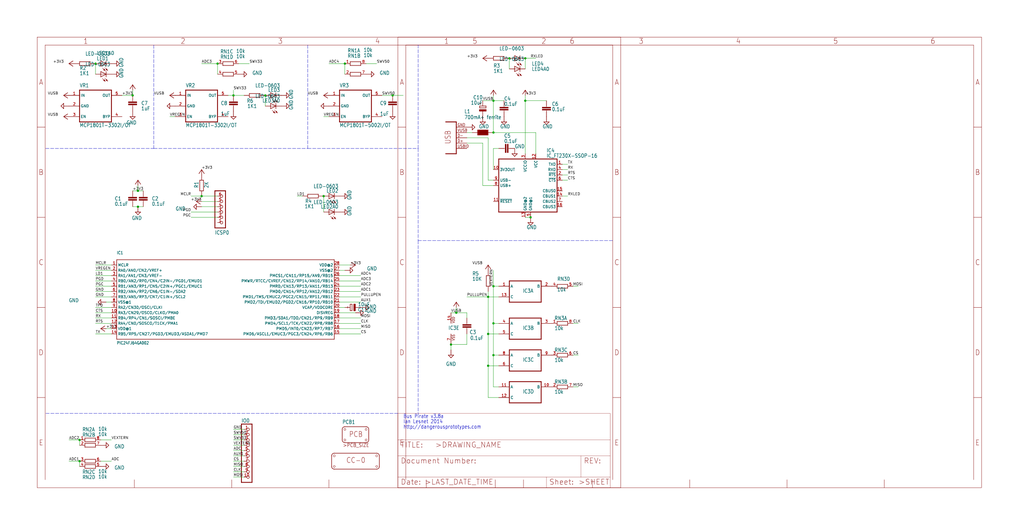
<source format=kicad_sch>
(kicad_sch (version 20211123) (generator eeschema)
  (paper "User" 490.22 254.406)
  (junction (at 63.5 45.72))
  (junction (at 187.96 45.72))
  (junction (at 236.22 48.26))
  (junction (at 104.14 30.48))
  (junction (at 38.1 210.82))
  (junction (at 233.68 142.24))
  (junction (at 243.84 27.94))
  (junction (at 127 45.72))
  (junction (at 236.22 154.94))
  (junction (at 233.68 160.02))
  (junction (at 251.46 48.26))
  (junction (at 38.1 220.98))
  (junction (at 236.22 63.5))
  (junction (at 218.44 149.86))
  (junction (at 66.04 99.06))
  (junction (at 165.1 30.48))
  (junction (at 111.76 45.72))
  (junction (at 254 104.14))
  (junction (at 215.9 165.1))
  (junction (at 236.22 137.16))
  (junction (at 154.94 93.98))
  (junction (at 233.68 175.26))
  (junction (at 236.22 170.18))
  (junction (at 66.04 91.44))
  (junction (at 45.72 30.48))
  (junction (at 251.46 27.94))
  (junction (at 96.52 93.98))
  (wire (pts (xy 66.04 91.44) (xy 68.58 91.44)))
  (wire (pts (xy 238.76 154.94) (xy 236.22 154.94)))
  (wire (pts (xy 269.24 78.74) (xy 271.78 78.74)))
  (wire (pts (xy 251.46 45.72) (xy 251.46 48.26)))
  (polyline (pts (xy 73.66 71.12) (xy 147.32 71.12)))
  (wire (pts (xy 233.68 86.36) (xy 233.68 66.04)))
  (wire (pts (xy 233.68 66.04) (xy 223.52 66.04)))
  (wire (pts (xy 165.1 30.48) (xy 157.48 30.48)))
  (wire (pts (xy 38.1 220.98) (xy 38.1 223.52)))
  (wire (pts (xy 236.22 45.72) (xy 236.22 48.26)))
  (wire (pts (xy 218.44 149.86) (xy 215.9 149.86)))
  (wire (pts (xy 274.32 154.94) (xy 276.86 154.94)))
  (wire (pts (xy 165.1 147.32) (xy 162.56 147.32)))
  (wire (pts (xy 274.32 137.16) (xy 276.86 137.16)))
  (polyline (pts (xy 200.152 71.12) (xy 200.152 115.316)))
  (wire (pts (xy 104.14 99.06) (xy 96.52 99.06)))
  (wire (pts (xy 269.24 83.82) (xy 271.78 83.82)))
  (wire (pts (xy 144.78 93.98) (xy 142.24 93.98)))
  (wire (pts (xy 53.34 139.7) (xy 45.72 139.7)))
  (wire (pts (xy 63.5 45.72) (xy 63.5 43.18)))
  (wire (pts (xy 53.34 154.94) (xy 45.72 154.94)))
  (wire (pts (xy 187.96 45.72) (xy 182.88 45.72)))
  (wire (pts (xy 114.3 30.48) (xy 119.38 30.48)))
  (wire (pts (xy 251.46 104.14) (xy 254 104.14)))
  (polyline (pts (xy 147.32 71.12) (xy 200.152 71.12)))
  (wire (pts (xy 233.68 139.7) (xy 233.68 142.24)))
  (polyline (pts (xy 73.66 21.59) (xy 73.66 71.12)))
  (wire (pts (xy 53.34 149.86) (xy 45.72 149.86)))
  (wire (pts (xy 116.84 218.44) (xy 111.76 218.44)))
  (wire (pts (xy 274.32 185.42) (xy 276.86 185.42)))
  (wire (pts (xy 116.84 215.9) (xy 111.76 215.9)))
  (wire (pts (xy 223.52 63.5) (xy 226.06 63.5)))
  (wire (pts (xy 223.52 165.1) (xy 223.52 160.02)))
  (wire (pts (xy 218.44 147.32) (xy 218.44 149.86)))
  (wire (pts (xy 48.26 210.82) (xy 53.34 210.82)))
  (wire (pts (xy 231.14 68.58) (xy 223.52 68.58)))
  (wire (pts (xy 53.34 134.62) (xy 45.72 134.62)))
  (wire (pts (xy 66.04 91.44) (xy 66.04 88.9)))
  (wire (pts (xy 165.1 30.48) (xy 165.1 35.56)))
  (wire (pts (xy 167.64 127) (xy 162.56 127)))
  (wire (pts (xy 116.84 213.36) (xy 111.76 213.36)))
  (wire (pts (xy 104.14 101.6) (xy 91.44 101.6)))
  (wire (pts (xy 251.46 27.94) (xy 251.46 33.02)))
  (wire (pts (xy 162.56 154.94) (xy 172.72 154.94)))
  (wire (pts (xy 251.46 48.26) (xy 251.46 73.66)))
  (wire (pts (xy 48.26 220.98) (xy 53.34 220.98)))
  (wire (pts (xy 162.56 134.62) (xy 172.72 134.62)))
  (wire (pts (xy 215.9 165.1) (xy 223.52 165.1)))
  (wire (pts (xy 238.76 185.42) (xy 236.22 185.42)))
  (wire (pts (xy 236.22 154.94) (xy 236.22 170.18)))
  (wire (pts (xy 233.68 160.02) (xy 233.68 175.26)))
  (wire (pts (xy 38.1 210.82) (xy 38.1 213.36)))
  (wire (pts (xy 175.26 30.48) (xy 180.34 30.48)))
  (wire (pts (xy 53.34 152.4) (xy 45.72 152.4)))
  (wire (pts (xy 238.76 71.12) (xy 236.22 71.12)))
  (wire (pts (xy 269.24 81.28) (xy 271.78 81.28)))
  (wire (pts (xy 233.68 175.26) (xy 238.76 175.26)))
  (wire (pts (xy 111.76 45.72) (xy 116.84 45.72)))
  (polyline (pts (xy 21.844 71.12) (xy 73.66 71.12)))
  (wire (pts (xy 116.84 226.06) (xy 111.76 226.06)))
  (wire (pts (xy 104.14 30.48) (xy 96.52 30.48)))
  (wire (pts (xy 116.84 205.74) (xy 111.76 205.74)))
  (wire (pts (xy 236.22 137.16) (xy 236.22 129.54)))
  (wire (pts (xy 236.22 185.42) (xy 236.22 170.18)))
  (wire (pts (xy 53.34 142.24) (xy 45.72 142.24)))
  (wire (pts (xy 233.68 190.5) (xy 233.68 175.26)))
  (wire (pts (xy 162.56 144.78) (xy 172.72 144.78)))
  (wire (pts (xy 157.48 55.88) (xy 154.94 55.88)))
  (wire (pts (xy 236.22 63.5) (xy 236.22 48.26)))
  (wire (pts (xy 116.84 220.98) (xy 111.76 220.98)))
  (wire (pts (xy 236.22 71.12) (xy 236.22 81.28)))
  (wire (pts (xy 53.34 147.32) (xy 45.72 147.32)))
  (wire (pts (xy 116.84 228.6) (xy 111.76 228.6)))
  (wire (pts (xy 231.14 88.9) (xy 231.14 68.58)))
  (wire (pts (xy 104.14 104.14) (xy 91.44 104.14)))
  (wire (pts (xy 83.82 55.88) (xy 81.28 55.88)))
  (wire (pts (xy 38.1 210.82) (xy 33.02 210.82)))
  (wire (pts (xy 162.56 152.4) (xy 172.72 152.4)))
  (polyline (pts (xy 147.32 21.59) (xy 147.32 71.12)))
  (wire (pts (xy 165.1 129.54) (xy 162.56 129.54)))
  (wire (pts (xy 233.68 142.24) (xy 233.68 160.02)))
  (wire (pts (xy 269.24 93.98) (xy 271.78 93.98)))
  (wire (pts (xy 116.84 210.82) (xy 111.76 210.82)))
  (wire (pts (xy 236.22 170.18) (xy 238.76 170.18)))
  (wire (pts (xy 109.22 45.72) (xy 111.76 45.72)))
  (wire (pts (xy 162.56 142.24) (xy 172.72 142.24)))
  (wire (pts (xy 38.1 220.98) (xy 33.02 220.98)))
  (wire (pts (xy 53.34 127) (xy 45.72 127)))
  (wire (pts (xy 269.24 86.36) (xy 271.78 86.36)))
  (wire (pts (xy 111.76 45.72) (xy 111.76 43.18)))
  (wire (pts (xy 58.42 45.72) (xy 63.5 45.72)))
  (wire (pts (xy 261.62 48.26) (xy 251.46 48.26)))
  (wire (pts (xy 236.22 86.36) (xy 233.68 86.36)))
  (wire (pts (xy 96.52 93.98) (xy 104.14 93.98)))
  (wire (pts (xy 170.18 149.86) (xy 162.56 149.86)))
  (wire (pts (xy 236.22 48.26) (xy 241.3 48.26)))
  (wire (pts (xy 238.76 137.16) (xy 236.22 137.16)))
  (wire (pts (xy 236.22 88.9) (xy 231.14 88.9)))
  (wire (pts (xy 238.76 190.5) (xy 233.68 190.5)))
  (wire (pts (xy 63.5 99.06) (xy 66.04 99.06)))
  (wire (pts (xy 53.34 144.78) (xy 50.8 144.78)))
  (wire (pts (xy 233.68 160.02) (xy 238.76 160.02)))
  (wire (pts (xy 236.22 137.16) (xy 236.22 154.94)))
  (wire (pts (xy 251.46 27.94) (xy 256.54 27.94)))
  (wire (pts (xy 162.56 157.48) (xy 172.72 157.48)))
  (wire (pts (xy 223.52 152.4) (xy 223.52 149.86)))
  (wire (pts (xy 223.52 149.86) (xy 218.44 149.86)))
  (wire (pts (xy 238.76 142.24) (xy 233.68 142.24)))
  (wire (pts (xy 45.72 30.48) (xy 45.72 35.56)))
  (polyline (pts (xy 200.152 115.316) (xy 293.37 115.316)))
  (wire (pts (xy 162.56 160.02) (xy 172.72 160.02)))
  (wire (pts (xy 223.52 142.24) (xy 233.68 142.24)))
  (wire (pts (xy 116.84 208.28) (xy 111.76 208.28)))
  (polyline (pts (xy 200.152 115.316) (xy 200.152 198.12)))
  (wire (pts (xy 66.04 99.06) (xy 68.58 99.06)))
  (wire (pts (xy 236.22 63.5) (xy 256.54 63.5)))
  (wire (pts (xy 193.04 45.72) (xy 187.96 45.72)))
  (wire (pts (xy 162.56 139.7) (xy 172.72 139.7)))
  (wire (pts (xy 162.56 137.16) (xy 172.72 137.16)))
  (wire (pts (xy 104.14 96.52) (xy 96.52 96.52)))
  (wire (pts (xy 53.34 132.08) (xy 45.72 132.08)))
  (wire (pts (xy 104.14 30.48) (xy 104.14 35.56)))
  (wire (pts (xy 53.34 129.54) (xy 45.72 129.54)))
  (wire (pts (xy 231.14 48.26) (xy 236.22 48.26)))
  (polyline (pts (xy 200.152 71.12) (xy 200.152 21.59)))
  (wire (pts (xy 243.84 27.94) (xy 243.84 33.02)))
  (wire (pts (xy 53.34 157.48) (xy 50.8 157.48)))
  (wire (pts (xy 63.5 91.44) (xy 66.04 91.44)))
  (wire (pts (xy 116.84 223.52) (xy 111.76 223.52)))
  (wire (pts (xy 96.52 93.98) (xy 91.44 93.98)))
  (wire (pts (xy 256.54 73.66) (xy 256.54 63.5)))
  (wire (pts (xy 162.56 132.08) (xy 172.72 132.08)))
  (polyline (pts (xy 190.5 198.12) (xy 21.59 198.12)))
  (wire (pts (xy 127 45.72) (xy 127 50.8)))
  (wire (pts (xy 154.94 93.98) (xy 154.94 101.6)))
  (wire (pts (xy 215.9 167.64) (xy 215.9 165.1)))
  (wire (pts (xy 53.34 160.02) (xy 45.72 160.02)))
  (wire (pts (xy 53.34 137.16) (xy 45.72 137.16)))
  (wire (pts (xy 274.32 170.18) (xy 276.86 170.18)))
  (text "Ian Lesnet 2014" (at 193.04 203.2 180) (effects (font (size 1.778 1.5113)) (justify left bottom)))
  (text "http://dangerousprototypes.com" (at 193.04 205.74 180) (effects (font (size 1.778 1.5113)) (justify left bottom)))
  (text "Bus Pirate v3.8a" (at 193.04 200.66 180) (effects (font (size 1.778 1.5113)) (justify left bottom)))
  (label "TX" (at 45.72 160.02 0) (effects (font (size 1.2446 1.2446))))
  (label "+3V3" (at 223.52 27.94 0) (effects (font (size 1.2446 1.2446))))
  (label "+3V3" (at 63.5 91.44 0) (effects (font (size 1.2446 1.2446))))
  (label "MISO" (at 111.76 223.52 0) (effects (font (size 1.2446 1.2446))))
  (label "TP0" (at 45.72 147.32 0) (effects (font (size 1.2446 1.2446))))
  (label "SWV50" (at 180.34 30.48 0) (effects (font (size 1.2446 1.2446))))
  (label "RTS" (at 45.72 154.94 0) (effects (font (size 1.2446 1.2446))))
  (label "VUSB" (at 231.14 48.26 0) (effects (font (size 1.2446 1.2446))))
  (label "MOSI" (at 172.72 152.4 0) (effects (font (size 1.2446 1.2446))))
  (label "TX" (at 271.78 78.74 0) (effects (font (size 1.2446 1.2446))))
  (label "MOSI" (at 111.76 228.6 0) (effects (font (size 1.2446 1.2446))))
  (label "VREGEN" (at 154.94 55.88 0) (effects (font (size 1.2446 1.2446))))
  (label "GND" (at 45.72 142.24 0) (effects (font (size 1.2446 1.2446))))
  (label "CLK" (at 111.76 226.06 0) (effects (font (size 1.2446 1.2446))))
  (label "RXLED" (at 271.78 93.98 0) (effects (font (size 1.2446 1.2446))))
  (label "VEXTERN" (at 53.34 210.82 0) (effects (font (size 1.2446 1.2446))))
  (label "SWV50" (at 182.88 45.72 0) (effects (font (size 1.2446 1.2446))))
  (label "VUSB" (at 147.32 45.72 0) (effects (font (size 1.2446 1.2446))))
  (label "VREGEN" (at 45.72 129.54 0) (effects (font (size 1.2446 1.2446))))
  (label "PGD" (at 91.44 101.6 180) (effects (font (size 1.2446 1.2446))))
  (label "ADC1" (at 172.72 139.7 0) (effects (font (size 1.2446 1.2446))))
  (label "PGC" (at 91.44 104.14 180) (effects (font (size 1.2446 1.2446))))
  (label "PGD" (at 45.72 134.62 0) (effects (font (size 1.2446 1.2446))))
  (label "ADC1" (at 33.02 220.98 0) (effects (font (size 1.2446 1.2446))))
  (label "PGC" (at 45.72 137.16 0) (effects (font (size 1.2446 1.2446))))
  (label "CLK" (at 274.32 154.94 0) (effects (font (size 1.2446 1.2446))))
  (label "VUSB" (at 73.66 45.72 0) (effects (font (size 1.2446 1.2446))))
  (label "+3V3" (at 96.52 81.28 0) (effects (font (size 1.2446 1.2446))))
  (label "+3V3" (at 167.64 127 0) (effects (font (size 1.2446 1.2446))))
  (label "MISO" (at 172.72 157.48 0) (effects (font (size 1.2446 1.2446))))
  (label "VUSB" (at 226.06 127 0) (effects (font (size 1.2446 1.2446))))
  (label "CS" (at 111.76 220.98 0) (effects (font (size 1.2446 1.2446))))
  (label "PULLUPEN" (at 172.72 142.24 0) (effects (font (size 1.2446 1.2446))))
  (label "+3V3" (at 50.8 157.48 0) (effects (font (size 1.2446 1.2446))))
  (label "CTS" (at 45.72 149.86 0) (effects (font (size 1.2446 1.2446))))
  (label "LD1" (at 142.24 93.98 0) (effects (font (size 1.2446 1.2446))))
  (label "VREGEN" (at 81.28 55.88 0) (effects (font (size 1.2446 1.2446))))
  (label "RX" (at 45.72 152.4 0) (effects (font (size 1.2446 1.2446))))
  (label "AUX1" (at 111.76 218.44 0) (effects (font (size 1.2446 1.2446))))
  (label "RXLED" (at 254 27.94 0) (effects (font (size 1.2446 1.2446))))
  (label "SWV50" (at 111.76 208.28 0) (effects (font (size 1.2446 1.2446))))
  (label "CLK" (at 172.72 154.94 0) (effects (font (size 1.2446 1.2446))))
  (label "MCLR" (at 91.44 93.98 180) (effects (font (size 1.2446 1.2446))))
  (label "ADC" (at 53.34 220.98 0) (effects (font (size 1.2446 1.2446))))
  (label "GND" (at 111.76 205.74 0) (effects (font (size 1.2446 1.2446))))
  (label "ADC3" (at 96.52 30.48 0) (effects (font (size 1.2446 1.2446))))
  (label "ADC2" (at 172.72 137.16 0) (effects (font (size 1.2446 1.2446))))
  (label "ADC4" (at 172.72 132.08 0) (effects (font (size 1.2446 1.2446))))
  (label "AUX1" (at 172.72 144.78 0) (effects (font (size 1.2446 1.2446))))
  (label "LD1" (at 45.72 132.08 0) (effects (font (size 1.2446 1.2446))))
  (label "VUSB" (at 215.9 149.86 0) (effects (font (size 1.2446 1.2446))))
  (label "ADC2" (at 33.02 210.82 0) (effects (font (size 1.2446 1.2446))))
  (label "+3V3" (at 96.52 96.52 180) (effects (font (size 1.2446 1.2446))))
  (label "ADC4" (at 157.48 30.48 0) (effects (font (size 1.2446 1.2446))))
  (label "GND" (at 45.72 139.7 0) (effects (font (size 1.2446 1.2446))))
  (label "ADC" (at 111.76 215.9 0) (effects (font (size 1.2446 1.2446))))
  (label "SWV33" (at 111.76 43.18 0) (effects (font (size 1.2446 1.2446))))
  (label "PULLUPEN" (at 223.52 142.24 0) (effects (font (size 1.2446 1.2446))))
  (label "CS" (at 172.72 160.02 0) (effects (font (size 1.2446 1.2446))))
  (label "+3V3" (at 25.4 30.48 0) (effects (font (size 1.2446 1.2446))))
  (label "CTS" (at 271.78 86.36 0) (effects (font (size 1.2446 1.2446))))
  (label "+3V3" (at 251.46 45.72 0) (effects (font (size 1.2446 1.2446))))
  (label "MOSI" (at 274.32 137.16 0) (effects (font (size 1.2446 1.2446))))
  (label "+3V3" (at 58.42 45.72 0) (effects (font (size 1.2446 1.2446))))
  (label "VEXTERN" (at 111.76 213.36 0) (effects (font (size 1.2446 1.2446))))
  (label "CS" (at 274.32 170.18 0) (effects (font (size 1.2446 1.2446))))
  (label "MCLR" (at 45.72 127 0) (effects (font (size 1.2446 1.2446))))
  (label "SWV33" (at 111.76 210.82 0) (effects (font (size 1.2446 1.2446))))
  (label "RTS" (at 271.78 83.82 0) (effects (font (size 1.2446 1.2446))))
  (label "VEXTERN" (at 236.22 137.16 90) (effects (font (size 1.2446 1.2446))))
  (label "VUSB" (at 22.86 45.72 0) (effects (font (size 1.2446 1.2446))))
  (label "MISO" (at 274.32 185.42 0) (effects (font (size 1.2446 1.2446))))
  (label "VUSB" (at 22.86 55.88 0) (effects (font (size 1.2446 1.2446))))
  (label "RX" (at 271.78 81.28 0) (effects (font (size 1.2446 1.2446))))
  (label "SWV33" (at 119.38 30.48 0) (effects (font (size 1.2446 1.2446))))
  (label "ADC3" (at 172.72 134.62 0) (effects (font (size 1.2446 1.2446))))
  (symbol (lib_id "schematicEagle-eagle-import:LED-0603") (at 246.38 33.02 90) (unit 1)
    (property "Reference" "LED4A0" (at 254.508 34.036 90) (effects (font (size 1.778 1.5113)) (justify right top)))
    (property "Value" "LED-0603" (at 250.952 27.305 90) (effects (font (size 1.778 1.5113)) (justify left bottom)))
    (property "Footprint" "schematicEagle:LED-603" (effects hide))
  )
  (symbol (lib_id "schematicEagle-eagle-import:WE-KIL_0805") (at 231.14 63.5 0) (unit 1)
    (property "Reference" "L1" (at 222.25 54.356 0) (effects (font (size 1.778 1.5113)) (justify left bottom)))
    (property "Value" "700mA+ ferrite" (at 222.25 57.15 0) (effects (font (size 1.778 1.5113)) (justify left bottom)))
    (property "Footprint" "schematicEagle:WE-KI_0805_B" (effects hide))
  )
  (symbol (lib_id "schematicEagle-eagle-import:GND") (at 116.84 35.56 90) (mirror x) (unit 1)
    (property "Reference" "#V31" (effects hide))
    (property "Value" "GND" (at 125.603 35.941 90) (effects (font (size 1.778 1.5113)) (justify left bottom)))
    (property "Footprint" "schematicEagle:" (effects hide))
  )
  (symbol (lib_id "schematicEagle-eagle-import:RNETWORK") (at 43.18 210.82 0) (unit 1)
    (property "Reference" "RN2" (at 39.37 206.7814 0) (effects (font (size 1.778 1.5113)) (justify left bottom)))
    (property "Value" "10k" (at 46.99 206.502 0) (effects (font (size 1.778 1.5113)) (justify left bottom)))
    (property "Footprint" "schematicEagle:RN8P-4R-CRA06S" (effects hide))
  )
  (symbol (lib_id "schematicEagle-eagle-import:CAPC603") (at 111.76 50.8 0) (unit 1)
    (property "Reference" "C8" (at 105.664 50.419 0) (effects (font (size 1.778 1.5113)) (justify left bottom)))
    (property "Value" "1uF" (at 105.664 55.499 0) (effects (font (size 1.778 1.5113)) (justify left bottom)))
    (property "Footprint" "schematicEagle:C603" (effects hide))
  )
  (symbol (lib_id "schematicEagle-eagle-import:RNETWORK") (at 170.18 30.48 0) (unit 1)
    (property "Reference" "RN1" (at 166.37 25.1714 0) (effects (font (size 1.778 1.5113)) (justify left bottom)))
    (property "Value" "10k" (at 173.99 24.892 0) (effects (font (size 1.778 1.5113)) (justify left bottom)))
    (property "Footprint" "schematicEagle:RN8P-4R-CRA06S" (effects hide))
  )
  (symbol (lib_id "schematicEagle-eagle-import:RNETWORK") (at 269.24 170.18 0) (unit 3)
    (property "Reference" "RN3" (at 265.43 168.6814 0) (effects (font (size 1.778 1.5113)) (justify left bottom)))
    (property "Value" "10k" (at 265.43 173.482 0) (effects (font (size 1.778 1.5113)) (justify left bottom)))
    (property "Footprint" "schematicEagle:RN8P-4R-CRA06S" (effects hide))
  )
  (symbol (lib_id "schematicEagle-eagle-import:GND") (at 165.1 93.98 90) (unit 1)
    (property "Reference" "#V27" (effects hide))
    (property "Value" "GND" (at 168.275 95.885 0) (effects (font (size 1.778 1.5113)) (justify left bottom)))
    (property "Footprint" "schematicEagle:" (effects hide))
  )
  (symbol (lib_id "schematicEagle-eagle-import:RNETWORK") (at 269.24 137.16 0) (unit 4)
    (property "Reference" "RN3" (at 266.7 134.62 0) (effects (font (size 1.778 1.5113)) (justify left bottom)))
    (property "Value" "10k" (at 266.7 139.7 0) (effects (font (size 1.778 1.5113)) (justify left bottom)))
    (property "Footprint" "schematicEagle:RN8P-4R-CRA06S" (effects hide))
  )
  (symbol (lib_id "schematicEagle-eagle-import:CPOL-EUSMCA") (at 231.14 50.8 0) (unit 1)
    (property "Reference" "C10" (at 231.14 45.72 0) (effects (font (size 1.778 1.5113)) (justify right top)))
    (property "Value" "10uF" (at 231.14 48.26 0) (effects (font (size 1.778 1.5113)) (justify right top)))
    (property "Footprint" "schematicEagle:SMC_A" (effects hide))
  )
  (symbol (lib_id "schematicEagle-eagle-import:CON_HEADER_1X10-_RIGHTANGLED_SMD") (at 116.84 218.44 0) (unit 1)
    (property "Reference" "IO0" (at 115.57 202.565 0) (effects (font (size 1.778 1.5113)) (justify left bottom)))
    (property "Value" "CON_HEADER_1X10-_RIGHTANGLED_SMD" (effects hide))
    (property "Footprint" "schematicEagle:M1X10_MALE_RIGHT_ANGLED_SMD" (effects hide))
  )
  (symbol (lib_id "schematicEagle-eagle-import:SUPPLY_VUSB") (at 236.22 45.72 0) (unit 1)
    (property "Reference" "#VUSB1" (effects hide))
    (property "Value" "SUPPLY_VUSB" (effects hide))
    (property "Footprint" "schematicEagle:" (effects hide))
  )
  (symbol (lib_id "schematicEagle-eagle-import:RESISTORR603") (at 238.76 27.94 0) (mirror y) (unit 1)
    (property "Reference" "R3" (at 236.22 30.48 0) (effects (font (size 1.778 1.5113)) (justify right top)))
    (property "Value" "1K1" (at 236.22 33.02 0) (effects (font (size 1.778 1.5113)) (justify right top)))
    (property "Footprint" "schematicEagle:R603" (effects hide))
  )
  (symbol (lib_id "schematicEagle-eagle-import:GND") (at 254 106.68 0) (unit 1)
    (property "Reference" "#V20" (effects hide))
    (property "Value" "GND" (at 252.095 109.855 0) (effects (font (size 1.778 1.5113)) (justify left bottom)))
    (property "Footprint" "schematicEagle:" (effects hide))
  )
  (symbol (lib_id "schematicEagle-eagle-import:GND") (at 165.1 101.6 90) (unit 1)
    (property "Reference" "#V36" (effects hide))
    (property "Value" "GND" (at 168.275 103.505 0) (effects (font (size 1.778 1.5113)) (justify left bottom)))
    (property "Footprint" "schematicEagle:" (effects hide))
  )
  (symbol (lib_id "schematicEagle-eagle-import:PCB_DP_SQUARE-5X5") (at 170.18 208.28 0) (unit 1)
    (property "Reference" "PCB1" (at 163.83 203.2 0) (effects (font (size 1.778 1.5113)) (justify left bottom)))
    (property "Value" "PCB_DP_SQUARE-5X5" (effects hide))
    (property "Footprint" "schematicEagle:DP5050_V1" (effects hide))
  )
  (symbol (lib_id "schematicEagle-eagle-import:GND") (at 55.88 35.56 90) (unit 1)
    (property "Reference" "#V2" (effects hide))
    (property "Value" "GND" (at 59.055 37.465 0) (effects (font (size 1.778 1.5113)) (justify left bottom)))
    (property "Footprint" "schematicEagle:" (effects hide))
  )
  (symbol (lib_id "schematicEagle-eagle-import:RESISTORR603") (at 149.86 93.98 180) (unit 1)
    (property "Reference" "R4" (at 146.05 97.282 0) (effects (font (size 1.778 1.5113)) (justify right top)))
    (property "Value" "1K1" (at 145.796 99.822 0) (effects (font (size 1.778 1.5113)) (justify right top)))
    (property "Footprint" "schematicEagle:R603" (effects hide))
  )
  (symbol (lib_id "schematicEagle-eagle-import:CAPC603") (at 63.5 96.52 0) (unit 1)
    (property "Reference" "C1" (at 54.864 96.139 0) (effects (font (size 1.778 1.5113)) (justify left bottom)))
    (property "Value" "0.1uF" (at 54.864 98.679 0) (effects (font (size 1.778 1.5113)) (justify left bottom)))
    (property "Footprint" "schematicEagle:C603" (effects hide))
  )
  (symbol (lib_id "schematicEagle-eagle-import:SUPPLY_VUSB") (at 33.02 45.72 90) (unit 1)
    (property "Reference" "#VUSB2" (effects hide))
    (property "Value" "SUPPLY_VUSB" (effects hide))
    (property "Footprint" "schematicEagle:" (effects hide))
  )
  (symbol (lib_id "schematicEagle-eagle-import:SUPPLY_+3V3") (at 66.04 88.9 0) (unit 1)
    (property "Reference" "#+3V3" (effects hide))
    (property "Value" "SUPPLY_+3V3" (effects hide))
    (property "Footprint" "schematicEagle:" (effects hide))
  )
  (symbol (lib_id "schematicEagle-eagle-import:GND") (at 241.3 58.42 0) (unit 1)
    (property "Reference" "#V37" (effects hide))
    (property "Value" "GND" (at 239.395 61.595 0) (effects (font (size 1.778 1.5113)) (justify left bottom)))
    (property "Footprint" "schematicEagle:" (effects hide))
  )
  (symbol (lib_id "schematicEagle-eagle-import:GND") (at 137.16 45.72 90) (unit 1)
    (property "Reference" "#V13" (effects hide))
    (property "Value" "GND" (at 140.335 47.625 0) (effects (font (size 1.778 1.5113)) (justify left bottom)))
    (property "Footprint" "schematicEagle:" (effects hide))
  )
  (symbol (lib_id "schematicEagle-eagle-import:CPOL-EUSMCA") (at 167.64 147.32 90) (unit 1)
    (property "Reference" "C11" (at 171.323 149.3774 90) (effects (font (size 1.778 1.5113)) (justify right top)))
    (property "Value" "10uF" (at 171.323 146.8374 90) (effects (font (size 1.778 1.5113)) (justify right top)))
    (property "Footprint" "schematicEagle:SMC_A" (effects hide))
  )
  (symbol (lib_id "schematicEagle-eagle-import:CAPC603") (at 68.58 96.52 0) (unit 1)
    (property "Reference" "C2" (at 72.644 96.139 0) (effects (font (size 1.778 1.5113)) (justify left bottom)))
    (property "Value" "0.1uF" (at 72.644 98.679 0) (effects (font (size 1.778 1.5113)) (justify left bottom)))
    (property "Footprint" "schematicEagle:C603" (effects hide))
  )
  (symbol (lib_id "schematicEagle-eagle-import:LED-0603") (at 129.54 50.8 90) (unit 1)
    (property "Reference" "LED3A0" (at 134.112 47.244 90) (effects (font (size 1.778 1.5113)) (justify left bottom)))
    (property "Value" "LED-0603" (at 134.112 45.085 90) (effects (font (size 1.778 1.5113)) (justify left bottom)))
    (property "Footprint" "schematicEagle:LED-603" (effects hide))
  )
  (symbol (lib_id "schematicEagle-eagle-import:RNETWORK") (at 109.22 35.56 0) (unit 4)
    (property "Reference" "RN1" (at 105.41 28.2194 0) (effects (font (size 1.778 1.5113)) (justify left bottom)))
    (property "Value" "10k" (at 113.03 27.94 0) (effects (font (size 1.778 1.5113)) (justify left bottom)))
    (property "Footprint" "schematicEagle:RN8P-4R-CRA06S" (effects hide))
  )
  (symbol (lib_id "schematicEagle-eagle-import:FRAME_A_L") (at 17.78 233.68 0) (unit 1)
    (property "Reference" "#FRAME2" (effects hide))
    (property "Value" "FRAME_A_L" (effects hide))
    (property "Footprint" "schematicEagle:" (effects hide))
  )
  (symbol (lib_id "schematicEagle-eagle-import:LED-0603") (at 157.48 101.6 90) (unit 1)
    (property "Reference" "LED2A0" (at 162.052 98.044 90) (effects (font (size 1.778 1.5113)) (justify left bottom)))
    (property "Value" "LED-0603" (at 162.052 95.885 90) (effects (font (size 1.778 1.5113)) (justify left bottom)))
    (property "Footprint" "schematicEagle:LED-603" (effects hide))
  )
  (symbol (lib_id "schematicEagle-eagle-import:4066") (at 251.46 139.7 0) (unit 1)
    (property "Reference" "IC3" (at 250.19 140.335 0) (effects (font (size 1.778 1.5113)) (justify left bottom)))
    (property "Value" "4066" (effects hide))
    (property "Footprint" "schematicEagle:TSSOP14" (effects hide))
  )
  (symbol (lib_id "schematicEagle-eagle-import:CAPC603") (at 223.52 157.48 0) (unit 1)
    (property "Reference" "C3" (at 224.79 160.147 0) (effects (font (size 1.778 1.5113)) (justify left bottom)))
    (property "Value" "0.1uF" (at 225.044 162.941 0) (effects (font (size 1.778 1.5113)) (justify left bottom)))
    (property "Footprint" "schematicEagle:C603" (effects hide))
  )
  (symbol (lib_id "schematicEagle-eagle-import:GND") (at 50.8 223.52 90) (mirror x) (unit 1)
    (property "Reference" "#V29" (effects hide))
    (property "Value" "GND" (at 54.737 223.139 90) (effects (font (size 1.778 1.5113)) (justify right top)))
    (property "Footprint" "schematicEagle:" (effects hide))
  )
  (symbol (lib_id "schematicEagle-eagle-import:RNETWORK") (at 269.24 185.42 0) (unit 2)
    (property "Reference" "RN3" (at 265.43 183.9214 0) (effects (font (size 1.778 1.5113)) (justify left bottom)))
    (property "Value" "10k" (at 265.43 188.722 0) (effects (font (size 1.778 1.5113)) (justify left bottom)))
    (property "Footprint" "schematicEagle:RN8P-4R-CRA06S" (effects hide))
  )
  (symbol (lib_id "schematicEagle-eagle-import:GND") (at 93.98 99.06 270) (unit 1)
    (property "Reference" "#V12" (effects hide))
    (property "Value" "GND" (at 88.9 99.06 90) (effects (font (size 1.778 1.5113)) (justify right top)))
    (property "Footprint" "schematicEagle:" (effects hide))
  )
  (symbol (lib_id "schematicEagle-eagle-import:LED-0603") (at 129.54 45.72 90) (unit 1)
    (property "Reference" "LED3" (at 134.112 42.164 90) (effects (font (size 1.778 1.5113)) (justify left bottom)))
    (property "Value" "LED-0603" (at 134.112 40.005 90) (effects (font (size 1.778 1.5113)) (justify left bottom)))
    (property "Footprint" "schematicEagle:LED-603" (effects hide))
  )
  (symbol (lib_id "schematicEagle-eagle-import:GND") (at 154.94 50.8 270) (unit 1)
    (property "Reference" "#V21" (effects hide))
    (property "Value" "GND" (effects hide))
    (property "Footprint" "schematicEagle:" (effects hide))
  )
  (symbol (lib_id "schematicEagle-eagle-import:RNETWORK") (at 43.18 220.98 0) (unit 3)
    (property "Reference" "RN2" (at 39.37 227.1014 0) (effects (font (size 1.778 1.5113)) (justify left bottom)))
    (property "Value" "10k" (at 46.99 226.822 0) (effects (font (size 1.778 1.5113)) (justify left bottom)))
    (property "Footprint" "schematicEagle:RN8P-4R-CRA06S" (effects hide))
  )
  (symbol (lib_id "schematicEagle-eagle-import:SUPPLY_VUSB") (at 233.68 129.54 0) (unit 1)
    (property "Reference" "#VUSB7" (effects hide))
    (property "Value" "SUPPLY_VUSB" (effects hide))
    (property "Footprint" "schematicEagle:" (effects hide))
  )
  (symbol (lib_id "schematicEagle-eagle-import:SUPPLY_VUSB") (at 83.82 45.72 90) (unit 1)
    (property "Reference" "#VUSB3" (effects hide))
    (property "Value" "SUPPLY_VUSB" (effects hide))
    (property "Footprint" "schematicEagle:" (effects hide))
  )
  (symbol (lib_id "schematicEagle-eagle-import:RNETWORK") (at 43.18 223.52 0) (unit 4)
    (property "Reference" "RN2" (at 39.37 229.6414 0) (effects (font (size 1.778 1.5113)) (justify left bottom)))
    (property "Value" "10k" (at 46.99 229.362 0) (effects (font (size 1.778 1.5113)) (justify left bottom)))
    (property "Footprint" "schematicEagle:RN8P-4R-CRA06S" (effects hide))
  )
  (symbol (lib_id "schematicEagle-eagle-import:LED-0603") (at 157.48 93.98 90) (unit 1)
    (property "Reference" "LED2" (at 162.052 90.424 90) (effects (font (size 1.778 1.5113)) (justify left bottom)))
    (property "Value" "LED-0603" (at 162.052 88.265 90) (effects (font (size 1.778 1.5113)) (justify left bottom)))
    (property "Footprint" "schematicEagle:LED-603" (effects hide))
  )
  (symbol (lib_id "schematicEagle-eagle-import:GND") (at 261.62 58.42 0) (unit 1)
    (property "Reference" "#V11" (effects hide))
    (property "Value" "GND" (at 259.715 61.595 0) (effects (font (size 1.778 1.5113)) (justify left bottom)))
    (property "Footprint" "schematicEagle:" (effects hide))
  )
  (symbol (lib_id "schematicEagle-eagle-import:GND") (at 81.28 50.8 270) (unit 1)
    (property "Reference" "#V18" (effects hide))
    (property "Value" "GND" (effects hide))
    (property "Footprint" "schematicEagle:" (effects hide))
  )
  (symbol (lib_id "schematicEagle-eagle-import:CAPC603") (at 241.3 53.34 0) (unit 1)
    (property "Reference" "C4" (at 241.3 48.26 0) (effects (font (size 1.778 1.5113)) (justify left bottom)))
    (property "Value" "0.1uF" (at 241.3 50.8 0) (effects (font (size 1.778 1.5113)) (justify left bottom)))
    (property "Footprint" "schematicEagle:C603" (effects hide))
  )
  (symbol (lib_id "schematicEagle-eagle-import:GND") (at 111.76 55.88 0) (unit 1)
    (property "Reference" "#V14" (effects hide))
    (property "Value" "GND" (effects hide))
    (property "Footprint" "schematicEagle:" (effects hide))
  )
  (symbol (lib_id "schematicEagle-eagle-import:RESISTORR603") (at 96.52 88.9 90) (unit 1)
    (property "Reference" "R1" (at 95.0214 90.17 0) (effects (font (size 1.778 1.5113)) (justify left bottom)))
    (property "Value" "2K" (at 99.822 90.17 0) (effects (font (size 1.778 1.5113)) (justify left bottom)))
    (property "Footprint" "schematicEagle:R603" (effects hide))
  )
  (symbol (lib_id "schematicEagle-eagle-import:CAPC603") (at 261.62 53.34 0) (unit 1)
    (property "Reference" "C6" (at 264.16 50.8 0) (effects (font (size 1.778 1.5113)) (justify left bottom)))
    (property "Value" "0.1uF" (at 264.16 53.34 0) (effects (font (size 1.778 1.5113)) (justify left bottom)))
    (property "Footprint" "schematicEagle:C603" (effects hide))
  )
  (symbol (lib_id "schematicEagle-eagle-import:SUPPLY_+3V3") (at 50.8 157.48 90) (unit 1)
    (property "Reference" "#+3V6" (effects hide))
    (property "Value" "SUPPLY_+3V3" (effects hide))
    (property "Footprint" "schematicEagle:" (effects hide))
  )
  (symbol (lib_id "schematicEagle-eagle-import:MIC5205") (at 96.52 50.8 0) (unit 1)
    (property "Reference" "VR2" (at 88.9 41.91 0) (effects (font (size 1.778 1.5113)) (justify left bottom)))
    (property "Value" "MCP1801T-3302I/OT" (at 88.9 60.96 0) (effects (font (size 1.778 1.5113)) (justify left bottom)))
    (property "Footprint" "schematicEagle:SOT-23-5" (effects hide))
  )
  (symbol (lib_id "schematicEagle-eagle-import:LED-0603") (at 48.26 35.56 90) (unit 1)
    (property "Reference" "LED1" (at 46.228 28.956 90) (effects (font (size 1.778 1.5113)) (justify right top)))
    (property "Value" "LED-0603" (at 52.832 29.845 90) (effects (font (size 1.778 1.5113)) (justify left bottom)))
    (property "Footprint" "schematicEagle:LED-603" (effects hide))
  )
  (symbol (lib_id "schematicEagle-eagle-import:MIC5205") (at 45.72 50.8 0) (unit 1)
    (property "Reference" "VR1" (at 38.1 41.91 0) (effects (font (size 1.778 1.5113)) (justify left bottom)))
    (property "Value" "MCP1801T-3302I/OT" (at 38.1 60.96 0) (effects (font (size 1.778 1.5113)) (justify left bottom)))
    (property "Footprint" "schematicEagle:SOT-23-5" (effects hide))
  )
  (symbol (lib_id "schematicEagle-eagle-import:4066") (at 251.46 187.96 0) (unit 4)
    (property "Reference" "IC3" (at 250.19 188.595 0) (effects (font (size 1.778 1.5113)) (justify left bottom)))
    (property "Value" "4066" (effects hide))
    (property "Footprint" "schematicEagle:TSSOP14" (effects hide))
  )
  (symbol (lib_id "schematicEagle-eagle-import:RESISTORR603") (at 121.92 45.72 180) (unit 1)
    (property "Reference" "R6" (at 118.11 49.3014 0) (effects (font (size 1.778 1.5113)) (justify right top)))
    (property "Value" "1K1" (at 118.364 51.816 0) (effects (font (size 1.778 1.5113)) (justify right top)))
    (property "Footprint" "schematicEagle:R603" (effects hide))
  )
  (symbol (lib_id "schematicEagle-eagle-import:GND") (at 231.14 58.42 0) (unit 1)
    (property "Reference" "#V23" (effects hide))
    (property "Value" "GND" (at 229.235 61.595 0) (effects (font (size 1.778 1.5113)) (justify left bottom)))
    (property "Footprint" "schematicEagle:" (effects hide))
  )
  (symbol (lib_id "schematicEagle-eagle-import:GND") (at 167.64 129.54 90) (unit 1)
    (property "Reference" "#V6" (effects hide))
    (property "Value" "GND" (at 175.641 129.667 90) (effects (font (size 1.778 1.5113)) (justify right top)))
    (property "Footprint" "schematicEagle:" (effects hide))
  )
  (symbol (lib_id "schematicEagle-eagle-import:CAPC603") (at 63.5 50.8 0) (unit 1)
    (property "Reference" "C7" (at 67.564 50.419 0) (effects (font (size 1.778 1.5113)) (justify left bottom)))
    (property "Value" "1uF" (at 67.564 52.959 0) (effects (font (size 1.778 1.5113)) (justify left bottom)))
    (property "Footprint" "schematicEagle:C603" (effects hide))
  )
  (symbol (lib_id "schematicEagle-eagle-import:GND") (at 30.48 50.8 270) (unit 1)
    (property "Reference" "#V9" (effects hide))
    (property "Value" "GND" (effects hide))
    (property "Footprint" "schematicEagle:" (effects hide))
  )
  (symbol (lib_id "schematicEagle-eagle-import:4066") (at 251.46 157.48 0) (unit 2)
    (property "Reference" "IC3" (at 250.19 158.115 0) (effects (font (size 1.778 1.5113)) (justify left bottom)))
    (property "Value" "4066" (effects hide))
    (property "Footprint" "schematicEagle:TSSOP14" (effects hide))
  )
  (symbol (lib_id "schematicEagle-eagle-import:SUPPLY_+3V3") (at 63.5 43.18 0) (unit 1)
    (property "Reference" "#+3V1" (effects hide))
    (property "Value" "SUPPLY_+3V3" (effects hide))
    (property "Footprint" "schematicEagle:" (effects hide))
  )
  (symbol (lib_id "schematicEagle-eagle-import:RNETWORK") (at 170.18 35.56 0) (unit 2)
    (property "Reference" "RN1" (at 166.37 27.7114 0) (effects (font (size 1.778 1.5113)) (justify left bottom)))
    (property "Value" "10k" (at 173.99 27.432 0) (effects (font (size 1.778 1.5113)) (justify left bottom)))
    (property "Footprint" "schematicEagle:RN8P-4R-CRA06S" (effects hide))
  )
  (symbol (lib_id "schematicEagle-eagle-import:CAPC603") (at 243.84 71.12 90) (unit 1)
    (property "Reference" "C5" (at 241.3 66.04 90) (effects (font (size 1.778 1.5113)) (justify right top)))
    (property "Value" "0.1uF" (at 241.3 68.58 90) (effects (font (size 1.778 1.5113)) (justify right top)))
    (property "Footprint" "schematicEagle:C603" (effects hide))
  )
  (symbol (lib_id "schematicEagle-eagle-import:GND") (at 175.26 147.32 90) (unit 1)
    (property "Reference" "#V4" (effects hide))
    (property "Value" "GND" (at 175.387 147.955 90) (effects (font (size 1.778 1.5113)) (justify right top)))
    (property "Footprint" "schematicEagle:" (effects hide))
  )
  (symbol (lib_id "schematicEagle-eagle-import:SUPPLY_+3V3") (at 167.64 127 270) (unit 1)
    (property "Reference" "#+3V5" (effects hide))
    (property "Value" "SUPPLY_+3V3" (effects hide))
    (property "Footprint" "schematicEagle:" (effects hide))
  )
  (symbol (lib_id "schematicEagle-eagle-import:SUPPLY_VUSB") (at 218.44 147.32 0) (unit 1)
    (property "Reference" "#VUSB5" (effects hide))
    (property "Value" "SUPPLY_VUSB" (effects hide))
    (property "Footprint" "schematicEagle:" (effects hide))
  )
  (symbol (lib_id "schematicEagle-eagle-import:SUPPLY_VUSB") (at 157.48 45.72 90) (unit 1)
    (property "Reference" "#VUSB4" (effects hide))
    (property "Value" "SUPPLY_VUSB" (effects hide))
    (property "Footprint" "schematicEagle:" (effects hide))
  )
  (symbol (lib_id "schematicEagle-eagle-import:SUPPLY_+3V3") (at 251.46 45.72 0) (unit 1)
    (property "Reference" "#+3V2" (effects hide))
    (property "Value" "SUPPLY_+3V3" (effects hide))
    (property "Footprint" "schematicEagle:" (effects hide))
  )
  (symbol (lib_id "schematicEagle-eagle-import:4066") (at 251.46 172.72 0) (unit 3)
    (property "Reference" "IC3" (at 250.19 173.355 0) (effects (font (size 1.778 1.5113)) (justify left bottom)))
    (property "Value" "4066" (effects hide))
    (property "Footprint" "schematicEagle:TSSOP14" (effects hide))
  )
  (symbol (lib_id "schematicEagle-eagle-import:LOGO_CC-0") (at 170.18 220.98 0) (unit 1)
    (property "Reference" "LOGO1" (effects hide))
    (property "Value" "LOGO_CC-0" (effects hide))
    (property "Footprint" "schematicEagle:LOGO_CC-0" (effects hide))
  )
  (symbol (lib_id "schematicEagle-eagle-import:SUPPLY_+3V3") (at 35.56 30.48 90) (unit 1)
    (property "Reference" "#+3V8" (effects hide))
    (property "Value" "SUPPLY_+3V3" (effects hide))
    (property "Footprint" "schematicEagle:" (effects hide))
  )
  (symbol (lib_id "schematicEagle-eagle-import:RESISTORR603") (at 40.64 30.48 180) (unit 1)
    (property "Reference" "R2" (at 38.1 33.528 0) (effects (font (size 1.778 1.5113)) (justify right top)))
    (property "Value" "1K1" (at 38.1 36.068 0) (effects (font (size 1.778 1.5113)) (justify right top)))
    (property "Footprint" "schematicEagle:R603" (effects hide))
  )
  (symbol (lib_id "schematicEagle-eagle-import:GND") (at 215.9 170.18 0) (unit 1)
    (property "Reference" "#V10" (effects hide))
    (property "Value" "GND" (at 213.487 175.387 0) (effects (font (size 1.778 1.5113)) (justify left bottom)))
    (property "Footprint" "schematicEagle:" (effects hide))
  )
  (symbol (lib_id "schematicEagle-eagle-import:GND") (at 66.04 101.6 0) (unit 1)
    (property "Reference" "#V1" (effects hide))
    (property "Value" "GND" (at 67.945 103.505 0) (effects (font (size 1.778 1.5113)) (justify right top)))
    (property "Footprint" "schematicEagle:" (effects hide))
  )
  (symbol (lib_id "schematicEagle-eagle-import:GND") (at 226.06 60.96 90) (unit 1)
    (property "Reference" "#V35" (effects hide))
    (property "Value" "GND" (effects hide))
    (property "Footprint" "schematicEagle:" (effects hide))
  )
  (symbol (lib_id "schematicEagle-eagle-import:GND") (at 177.8 35.56 90) (mirror x) (unit 1)
    (property "Reference" "#V28" (effects hide))
    (property "Value" "GND" (at 186.563 35.941 90) (effects (font (size 1.778 1.5113)) (justify left bottom)))
    (property "Footprint" "schematicEagle:" (effects hide))
  )
  (symbol (lib_id "schematicEagle-eagle-import:GND") (at 246.38 73.66 0) (unit 1)
    (property "Reference" "#V3" (effects hide))
    (property "Value" "GND" (at 246.38 71.12 0) (effects (font (size 1.778 1.5113)) (justify left bottom)))
    (property "Footprint" "schematicEagle:" (effects hide))
  )
  (symbol (lib_id "schematicEagle-eagle-import:LED-0603") (at 246.38 27.94 90) (unit 1)
    (property "Reference" "LED4" (at 254.508 31.496 90) (effects (font (size 1.778 1.5113)) (justify right top)))
    (property "Value" "LED-0603" (at 250.952 22.225 90) (effects (font (size 1.778 1.5113)) (justify left bottom)))
    (property "Footprint" "schematicEagle:LED-603" (effects hide))
  )
  (symbol (lib_id "schematicEagle-eagle-import:RNETWORK") (at 109.22 30.48 0) (unit 3)
    (property "Reference" "RN1" (at 105.41 25.6794 0) (effects (font (size 1.778 1.5113)) (justify left bottom)))
    (property "Value" "10k" (at 113.03 25.4 0) (effects (font (size 1.778 1.5113)) (justify left bottom)))
    (property "Footprint" "schematicEagle:RN8P-4R-CRA06S" (effects hide))
  )
  (symbol (lib_id "schematicEagle-eagle-import:GND") (at 55.88 30.48 90) (unit 1)
    (property "Reference" "#V40" (effects hide))
    (property "Value" "GND" (at 59.055 32.385 0) (effects (font (size 1.778 1.5113)) (justify left bottom)))
    (property "Footprint" "schematicEagle:" (effects hide))
  )
  (symbol (lib_id "schematicEagle-eagle-import:GND") (at 187.96 55.88 0) (unit 1)
    (property "Reference" "#V16" (effects hide))
    (property "Value" "GND" (effects hide))
    (property "Footprint" "schematicEagle:" (effects hide))
  )
  (symbol (lib_id "schematicEagle-eagle-import:GND") (at 172.72 149.86 90) (unit 1)
    (property "Reference" "#V5" (effects hide))
    (property "Value" "GND" (at 175.387 149.987 90) (effects (font (size 1.778 1.5113)) (justify right top)))
    (property "Footprint" "schematicEagle:" (effects hide))
  )
  (symbol (lib_id "schematicEagle-eagle-import:SUPPLY_+3V3") (at 96.52 96.52 90) (unit 1)
    (property "Reference" "#+3V7" (effects hide))
    (property "Value" "SUPPLY_+3V3" (effects hide))
    (property "Footprint" "schematicEagle:" (effects hide))
  )
  (symbol (lib_id "schematicEagle-eagle-import:CON_HEADER_1X06-SMD-RIGHT-ANGLED") (at 104.14 101.6 0) (mirror x) (unit 1)
    (property "Reference" "ICSP0" (at 102.87 110.49 0) (effects (font (size 1.778 1.5113)) (justify left bottom)))
    (property "Value" "CON_HEADER_1X06-SMD-RIGHT-ANGLED" (effects hide))
    (property "Footprint" "schematicEagle:M1X6_MALE_RIGHT_ANGLED_SMD" (effects hide))
  )
  (symbol (lib_id "schematicEagle-eagle-import:SUPPLY_+3V3") (at 96.52 83.82 0) (unit 1)
    (property "Reference" "#+3V4" (effects hide))
    (property "Value" "SUPPLY_+3V3" (effects hide))
    (property "Footprint" "schematicEagle:" (effects hide))
  )
  (symbol (lib_id "schematicEagle-eagle-import:RNETWORK") (at 43.18 213.36 0) (unit 2)
    (property "Reference" "RN2" (at 39.37 209.3214 0) (effects (font (size 1.778 1.5113)) (justify left bottom)))
    (property "Value" "10k" (at 46.99 209.042 0) (effects (font (size 1.778 1.5113)) (justify left bottom)))
    (property "Footprint" "schematicEagle:RN8P-4R-CRA06S" (effects hide))
  )
  (symbol (lib_id "schematicEagle-eagle-import:IC_FT230X-SSOP-16") (at 254 88.9 0) (mirror y) (unit 1)
    (property "Reference" "IC4" (at 261.62 71.12 0) (effects (font (size 1.778 1.5113)) (justify right top)))
    (property "Value" "IC_FT230X-SSOP-16" (at 261.62 73.66 0) (effects (font (size 1.778 1.5113)) (justify right top)))
    (property "Footprint" "schematicEagle:SSOP-16-FTDI" (effects hide))
  )
  (symbol (lib_id "schematicEagle-eagle-import:CON-USB-F-MINI-B") (at 218.44 66.04 0) (unit 1)
    (property "Reference" "J1" (effects hide))
    (property "Value" "CON-USB-F-MINI-B" (effects hide))
    (property "Footprint" "schematicEagle:CONN_USB_MINI-B" (effects hide))
  )
  (symbol (lib_id "schematicEagle-eagle-import:4066") (at 215.9 157.48 0) (unit 5)
    (property "Reference" "IC3" (at 214.63 158.115 0) (effects (font (size 1.778 1.5113)) (justify left bottom)))
    (property "Value" "4066" (effects hide))
    (property "Footprint" "schematicEagle:TSSOP14" (effects hide))
  )
  (symbol (lib_id "schematicEagle-eagle-import:GND") (at 137.16 50.8 90) (unit 1)
    (property "Reference" "#V8" (effects hide))
    (property "Value" "GND" (at 140.335 52.705 0) (effects (font (size 1.778 1.5113)) (justify left bottom)))
    (property "Footprint" "schematicEagle:" (effects hide))
  )
  (symbol (lib_id "schematicEagle-eagle-import:CAPC603") (at 187.96 50.8 0) (unit 1)
    (property "Reference" "C9" (at 181.864 50.419 0) (effects (font (size 1.778 1.5113)) (justify left bottom)))
    (property "Value" "1uF" (at 181.864 55.499 0) (effects (font (size 1.778 1.5113)) (justify left bottom)))
    (property "Footprint" "schematicEagle:C603" (effects hide))
  )
  (symbol (lib_id "schematicEagle-eagle-import:RESISTORR603") (at 233.68 134.62 270) (unit 1)
    (property "Reference" "R5" (at 226.06 132.08 90) (effects (font (size 1.778 1.5113)) (justify left bottom)))
    (property "Value" "10K" (at 226.06 134.62 90) (effects (font (size 1.778 1.5113)) (justify left bottom)))
    (property "Footprint" "schematicEagle:R603" (effects hide))
  )
  (symbol (lib_id "schematicEagle-eagle-import:GND") (at 48.26 144.78 270) (unit 1)
    (property "Reference" "#V7" (effects hide))
    (property "Value" "GND" (at 32.893 144.907 90) (effects (font (size 1.778 1.5113)) (justify left bottom)))
    (property "Footprint" "schematicEagle:" (effects hide))
  )
  (symbol (lib_id "schematicEagle-eagle-import:SUPPLY_VUSB") (at 33.02 55.88 90) (unit 1)
    (property "Reference" "#VUSB6" (effects hide))
    (property "Value" "SUPPLY_VUSB" (effects hide))
    (property "Footprint" "schematicEagle:" (effects hide))
  )
  (symbol (lib_id "schematicEagle-eagle-import:GND") (at 50.8 213.36 90) (mirror x) (unit 1)
    (property "Reference" "#V15" (effects hide))
    (property "Value" "GND" (at 54.737 212.979 90) (effects (font (size 1.778 1.5113)) (justify right top)))
    (property "Footprint" "schematicEagle:" (effects hide))
  )
  (symbol (lib_id "schematicEagle-eagle-import:GND") (at 63.5 55.88 0) (unit 1)
    (property "Reference" "#V19" (effects hide))
    (property "Value" "GND" (at 65.405 57.785 0) (effects (font (size 1.778 1.5113)) (justify right top)))
    (property "Footprint" "schematicEagle:" (effects hide))
  )
  (symbol (lib_id "schematicEagle-eagle-import:RNETWORK") (at 269.24 154.94 0) (unit 1)
    (property "Reference" "RN3" (at 265.43 153.4414 0) (effects (font (size 1.778 1.5113)) (justify left bottom)))
    (property "Value" "10k" (at 265.43 158.242 0) (effects (font (size 1.778 1.5113)) (justify left bottom)))
    (property "Footprint" "schematicEagle:RN8P-4R-CRA06S" (effects hide))
  )
  (symbol (lib_id "schematicEagle-eagle-import:FRAME_A_L") (at 190.5 233.68 0) (unit 2)
    (property "Reference" "#FRAME2" (effects hide))
    (property "Value" "FRAME_A_L" (effects hide))
    (property "Footprint" "schematicEagle:" (effects hide))
  )
  (symbol (lib_id "schematicEagle-eagle-import:MIC5205") (at 170.18 50.8 0) (unit 1)
    (property "Reference" "VR3" (at 162.56 41.91 0) (effects (font (size 1.778 1.5113)) (justify left bottom)))
    (property "Value" "MCP1801T-5002I/OT" (at 162.56 60.96 0) (effects (font (size 1.778 1.5113)) (justify left bottom)))
    (property "Footprint" "schematicEagle:SOT-23-5" (effects hide))
  )
  (symbol (lib_id "schematicEagle-eagle-import:PIC24FJ64GA002") (at 106.68 142.24 0) (unit 1)
    (property "Reference" "IC1" (at 55.88 121.92 0) (effects (font (size 1.4224 1.209)) (justify left bottom)))
    (property "Value" "PIC24FJ64GA002" (at 55.88 165.1 0) (effects (font (size 1.4224 1.209)) (justify left bottom)))
    (property "Footprint" "schematicEagle:SSOP28" (effects hide))
  )
  (symbol (lib_id "schematicEagle-eagle-import:SUPPLY_+3V3") (at 233.68 27.94 90) (unit 1)
    (property "Reference" "#+3V9" (effects hide))
    (property "Value" "SUPPLY_+3V3" (effects hide))
    (property "Footprint" "schematicEagle:" (effects hide))
  )
  (symbol (lib_id "schematicEagle-eagle-import:LED-0603") (at 48.26 30.48 90) (unit 1)
    (property "Reference" "LED1A0" (at 46.228 26.416 90) (effects (font (size 1.778 1.5113)) (justify right top)))
    (property "Value" "LED-0603" (at 52.832 24.765 90) (effects (font (size 1.778 1.5113)) (justify left bottom)))
    (property "Footprint" "schematicEagle:LED-603" (effects hide))
  )
)
</source>
